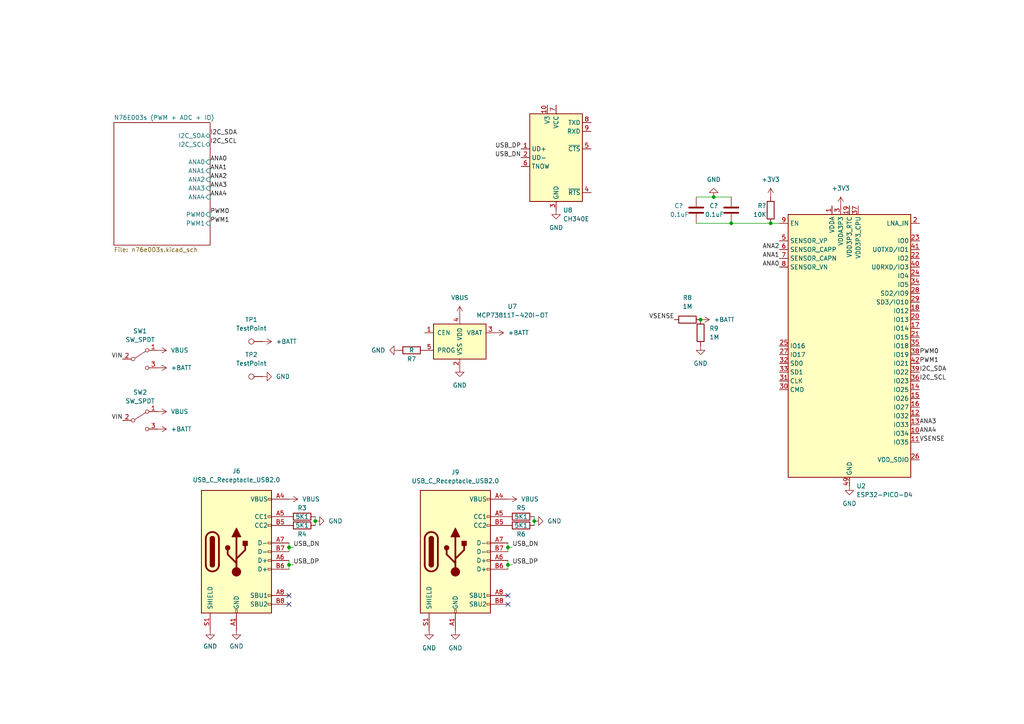
<source format=kicad_sch>
(kicad_sch (version 20211123) (generator eeschema)
  (paper "A4")
  (lib_symbols
    (symbol "Battery_Management:MCP73811T-420I-OT" (pin_names (offset 1.016))
      (property "Reference" "U" (at -6.35 6.35 0))
      (property "Value" "MCP73811T-420I-OT" (at 1.27 6.35 0))
      (symbol "MCP73811T-420I-OT_0_1"
        (rectangle (start -7.62 5.08) (end 7.62 -5.08) (stroke (width 0.254)) (fill (type background)))
      )
      (symbol "MCP73811T-420I-OT_1_1"
        (pin input line (at -10.16 2.54 0) (length 2.54) (name "CEN") (number "1"))
        (pin power_in line (at 0 -7.62 90) (length 2.54) (name "VSS") (number "2"))
        (pin power_out line (at 10.16 2.54 180) (length 2.54) (name "VBAT") (number "3"))
        (pin power_in line (at 0 7.62 270) (length 2.54) (name "VDD") (number "4"))
        (pin input line (at -10.16 -2.54 0) (length 2.54) (name "PROG") (number "5"))
      )
    )
    (symbol "Connector:TestPoint" (pin_numbers hide) (pin_names (offset 0.762) hide)
      (property "Reference" "TP" (at 0 6.858 0))
      (property "Value" "TestPoint" (at 0 5.08 0))
      (symbol "TestPoint_0_1"
        (circle (center 0 3.302) (radius 0.762))
      )
      (symbol "TestPoint_1_1"
        (pin passive line (at 0 0 90) (length 2.54) (name "1") (number "1"))
      )
    )
    (symbol "Connector:USB_C_Receptacle_USB2.0" (pin_names (offset 1.016))
      (property "Reference" "J" (at -10.16 19.05 0))
      (property "Value" "USB_C_Receptacle_USB2.0" (at 19.05 19.05 0))
      (symbol "USB_C_Receptacle_USB2.0_0_0"
        (rectangle (start -0.254 -17.78) (end 0.254 -16.764))
        (rectangle (start 10.16 -14.986) (end 9.144 -15.494))
        (rectangle (start 10.16 -12.446) (end 9.144 -12.954))
        (rectangle (start 10.16 -4.826) (end 9.144 -5.334))
        (rectangle (start 10.16 -2.286) (end 9.144 -2.794))
        (rectangle (start 10.16 0.254) (end 9.144 -0.254))
        (rectangle (start 10.16 2.794) (end 9.144 2.286))
        (rectangle (start 10.16 7.874) (end 9.144 7.366))
        (rectangle (start 10.16 10.414) (end 9.144 9.906))
        (rectangle (start 10.16 15.494) (end 9.144 14.986))
      )
      (symbol "USB_C_Receptacle_USB2.0_0_1"
        (rectangle (start -10.16 17.78) (end 10.16 -17.78) (stroke (width 0.254)) (fill (type background)))
        (arc (start -8.89 -3.81) (mid -6.985 -5.715) (end -5.08 -3.81) (stroke (width 0.508)))
        (arc (start -7.62 -3.81) (mid -6.985 -4.445) (end -6.35 -3.81) (stroke (width 0.254)))
        (arc (start -7.62 -3.81) (mid -6.985 -4.445) (end -6.35 -3.81) (stroke (width 0.254)) (fill (type outline)))
        (rectangle (start -7.62 -3.81) (end -6.35 3.81) (stroke (width 0.254)) (fill (type outline)))
        (arc (start -6.35 3.81) (mid -6.985 4.445) (end -7.62 3.81) (stroke (width 0.254)))
        (arc (start -6.35 3.81) (mid -6.985 4.445) (end -7.62 3.81) (stroke (width 0.254)) (fill (type outline)))
        (arc (start -5.08 3.81) (mid -6.985 5.715) (end -8.89 3.81) (stroke (width 0.508)))
        (circle (center -2.54 1.143) (radius 0.635) (stroke (width 0.254)) (fill (type outline)))
        (circle (center 0 -5.842) (radius 1.27) (fill (type outline)))
        (polyline (pts (xy -8.89 -3.81) (xy -8.89 3.81)) (stroke (width 0.508)))
        (polyline (pts (xy -5.08 3.81) (xy -5.08 -3.81)) (stroke (width 0.508)))
        (polyline (pts (xy 0 -5.842) (xy 0 4.318)) (stroke (width 0.508)))
        (polyline (pts (xy 0 -3.302) (xy -2.54 -0.762) (xy -2.54 0.508)) (stroke (width 0.508)))
        (polyline (pts (xy 0 -2.032) (xy 2.54 0.508) (xy 2.54 1.778)) (stroke (width 0.508)))
        (polyline (pts (xy -1.27 4.318) (xy 0 6.858) (xy 1.27 4.318) (xy -1.27 4.318)) (stroke (width 0.254)) (fill (type outline)))
        (rectangle (start 1.905 1.778) (end 3.175 3.048) (stroke (width 0.254)) (fill (type outline)))
      )
      (symbol "USB_C_Receptacle_USB2.0_1_1"
        (pin passive line (at 0 -22.86 90) (length 5.08) (name "GND") (number "A1"))
        (pin passive line (at 0 -22.86 90) (length 5.08) hide (name "GND") (number "A12"))
        (pin passive line (at 15.24 15.24 180) (length 5.08) (name "VBUS") (number "A4"))
        (pin bidirectional line (at 15.24 10.16 180) (length 5.08) (name "CC1") (number "A5"))
        (pin bidirectional line (at 15.24 -2.54 180) (length 5.08) (name "D+") (number "A6"))
        (pin bidirectional line (at 15.24 2.54 180) (length 5.08) (name "D-") (number "A7"))
        (pin bidirectional line (at 15.24 -12.7 180) (length 5.08) (name "SBU1") (number "A8"))
        (pin passive line (at 15.24 15.24 180) (length 5.08) hide (name "VBUS") (number "A9"))
        (pin passive line (at 0 -22.86 90) (length 5.08) hide (name "GND") (number "B1"))
        (pin passive line (at 0 -22.86 90) (length 5.08) hide (name "GND") (number "B12"))
        (pin passive line (at 15.24 15.24 180) (length 5.08) hide (name "VBUS") (number "B4"))
        (pin bidirectional line (at 15.24 7.62 180) (length 5.08) (name "CC2") (number "B5"))
        (pin bidirectional line (at 15.24 -5.08 180) (length 5.08) (name "D+") (number "B6"))
        (pin bidirectional line (at 15.24 0 180) (length 5.08) (name "D-") (number "B7"))
        (pin bidirectional line (at 15.24 -15.24 180) (length 5.08) (name "SBU2") (number "B8"))
        (pin passive line (at 15.24 15.24 180) (length 5.08) hide (name "VBUS") (number "B9"))
        (pin passive line (at -7.62 -22.86 90) (length 5.08) (name "SHIELD") (number "S1"))
      )
    )
    (symbol "Device:C" (pin_numbers hide) (pin_names (offset 0.254))
      (property "Reference" "C" (at 0.635 2.54 0))
      (property "Value" "C" (at 0.635 -2.54 0))
      (symbol "C_0_1"
        (polyline (pts (xy -2.032 -0.762) (xy 2.032 -0.762)) (stroke (width 0.508)))
        (polyline (pts (xy -2.032 0.762) (xy 2.032 0.762)) (stroke (width 0.508)))
      )
      (symbol "C_1_1"
        (pin passive line (at 0 3.81 270) (length 2.794) (name "~") (number "1"))
        (pin passive line (at 0 -3.81 90) (length 2.794) (name "~") (number "2"))
      )
    )
    (symbol "Device:R" (pin_numbers hide) (pin_names (offset 0))
      (property "Reference" "R" (at 2.032 0 90))
      (property "Value" "R" (at 0 0 90))
      (symbol "R_0_1"
        (rectangle (start -1.016 -2.54) (end 1.016 2.54) (stroke (width 0.254)))
      )
      (symbol "R_1_1"
        (pin passive line (at 0 3.81 270) (length 1.27) (name "~") (number "1"))
        (pin passive line (at 0 -3.81 90) (length 1.27) (name "~") (number "2"))
      )
    )
    (symbol "Interface_USB:CH340E"
      (property "Reference" "U" (at -5.08 13.97 0))
      (property "Value" "CH340E" (at 1.27 13.97 0))
      (symbol "CH340E_0_1"
        (rectangle (start -7.62 12.7) (end 7.62 -12.7) (stroke (width 0.254)) (fill (type background)))
      )
      (symbol "CH340E_1_1"
        (pin bidirectional line (at -10.16 2.54 0) (length 2.54) (name "UD+") (number "1"))
        (pin passive line (at -2.54 15.24 270) (length 2.54) (name "V3") (number "10"))
        (pin bidirectional line (at -10.16 0 0) (length 2.54) (name "UD-") (number "2"))
        (pin power_in line (at 0 -15.24 90) (length 2.54) (name "GND") (number "3"))
        (pin output line (at 10.16 -10.16 180) (length 2.54) (name "~{RTS}") (number "4"))
        (pin input line (at 10.16 2.54 180) (length 2.54) (name "~{CTS}") (number "5"))
        (pin output line (at -10.16 -2.54 0) (length 2.54) (name "TNOW") (number "6"))
        (pin power_in line (at 0 15.24 270) (length 2.54) (name "VCC") (number "7"))
        (pin output line (at 10.16 10.16 180) (length 2.54) (name "TXD") (number "8"))
        (pin input line (at 10.16 7.62 180) (length 2.54) (name "RXD") (number "9"))
      )
    )
    (symbol "RF_Module:ESP32-PICO-D4"
      (property "Reference" "U" (at -17.78 39.37 0))
      (property "Value" "ESP32-PICO-D4" (at 3.81 39.37 0))
      (symbol "ESP32-PICO-D4_0_0"
        (pin power_in line (at -5.08 40.64 270) (length 2.54) (name "VDDA") (number "1"))
        (pin input line (at 20.32 -25.4 180) (length 2.54) (name "IO34") (number "10"))
        (pin input line (at 20.32 -27.94 180) (length 2.54) (name "IO35") (number "11"))
        (pin bidirectional line (at 20.32 -20.32 180) (length 2.54) (name "IO32") (number "12"))
        (pin bidirectional line (at 20.32 -22.86 180) (length 2.54) (name "IO33") (number "13"))
        (pin bidirectional line (at 20.32 -12.7 180) (length 2.54) (name "IO25") (number "14"))
        (pin bidirectional line (at 20.32 -15.24 180) (length 2.54) (name "IO26") (number "15"))
        (pin bidirectional line (at 20.32 -17.78 180) (length 2.54) (name "IO27") (number "16"))
        (pin bidirectional line (at 20.32 5.08 180) (length 2.54) (name "IO14") (number "17"))
        (pin bidirectional line (at 20.32 10.16 180) (length 2.54) (name "IO12") (number "18"))
        (pin power_in line (at 0 40.64 270) (length 2.54) (name "VDD3P3_RTC") (number "19"))
        (pin bidirectional line (at 20.32 35.56 180) (length 2.54) (name "LNA_IN") (number "2"))
        (pin bidirectional line (at 20.32 7.62 180) (length 2.54) (name "IO13") (number "20"))
        (pin bidirectional line (at 20.32 2.54 180) (length 2.54) (name "IO15") (number "21"))
        (pin bidirectional line (at 20.32 25.4 180) (length 2.54) (name "IO2") (number "22"))
        (pin bidirectional line (at 20.32 30.48 180) (length 2.54) (name "IO0") (number "23"))
        (pin bidirectional line (at 20.32 20.32 180) (length 2.54) (name "IO4") (number "24"))
        (pin bidirectional line (at -20.32 0 0) (length 2.54) (name "IO16") (number "25"))
        (pin power_out line (at 20.32 -33.02 180) (length 2.54) (name "VDD_SDIO") (number "26"))
        (pin bidirectional line (at -20.32 -2.54 0) (length 2.54) (name "IO17") (number "27"))
        (pin bidirectional line (at 20.32 15.24 180) (length 2.54) (name "SD2/IO9") (number "28"))
        (pin bidirectional line (at 20.32 12.7 180) (length 2.54) (name "SD3/IO10") (number "29"))
        (pin power_in line (at -2.54 40.64 270) (length 2.54) (name "VDDA3P3") (number "3"))
        (pin bidirectional line (at -20.32 -12.7 0) (length 2.54) (name "CMD") (number "30"))
        (pin bidirectional line (at -20.32 -10.16 0) (length 2.54) (name "CLK") (number "31"))
        (pin bidirectional line (at -20.32 -5.08 0) (length 2.54) (name "SD0") (number "32"))
        (pin bidirectional line (at -20.32 -7.62 0) (length 2.54) (name "SD1") (number "33"))
        (pin bidirectional line (at 20.32 17.78 180) (length 2.54) (name "IO5") (number "34"))
        (pin bidirectional line (at 20.32 0 180) (length 2.54) (name "IO18") (number "35"))
        (pin bidirectional line (at 20.32 -10.16 180) (length 2.54) (name "IO23") (number "36"))
        (pin power_in line (at 2.54 40.64 270) (length 2.54) (name "VDD3P3_CPU") (number "37"))
        (pin bidirectional line (at 20.32 -2.54 180) (length 2.54) (name "IO19") (number "38"))
        (pin bidirectional line (at 20.32 -7.62 180) (length 2.54) (name "IO22") (number "39"))
        (pin passive line (at -2.54 40.64 270) (length 2.54) hide (name "VDDA3P3") (number "4"))
        (pin bidirectional line (at 20.32 22.86 180) (length 2.54) (name "U0RXD/IO3") (number "40"))
        (pin bidirectional line (at 20.32 27.94 180) (length 2.54) (name "U0TXD/IO1") (number "41"))
        (pin bidirectional line (at 20.32 -5.08 180) (length 2.54) (name "IO21") (number "42"))
        (pin passive line (at -5.08 40.64 270) (length 2.54) hide (name "VDDA") (number "43"))
        (pin no_connect line (at -17.78 -25.4 0) (length 2.54) hide (name "XTAL_N_NC") (number "44"))
        (pin no_connect line (at -17.78 -27.94 0) (length 2.54) hide (name "XTAL_P_NC") (number "45"))
        (pin passive line (at -5.08 40.64 270) (length 2.54) hide (name "VDDA") (number "46"))
        (pin no_connect line (at -17.78 -30.48 0) (length 2.54) hide (name "CAP2_NC") (number "47"))
        (pin no_connect line (at -17.78 -33.02 0) (length 2.54) hide (name "CAP1_NC") (number "48"))
        (pin power_in line (at 0 -40.64 90) (length 2.54) (name "GND") (number "49"))
        (pin input line (at -20.32 30.48 0) (length 2.54) (name "SENSOR_VP") (number "5"))
        (pin input line (at -20.32 27.94 0) (length 2.54) (name "SENSOR_CAPP") (number "6"))
        (pin input line (at -20.32 25.4 0) (length 2.54) (name "SENSOR_CAPN") (number "7"))
        (pin input line (at -20.32 22.86 0) (length 2.54) (name "SENSOR_VN") (number "8"))
        (pin input line (at -20.32 35.56 0) (length 2.54) (name "EN") (number "9"))
      )
      (symbol "ESP32-PICO-D4_0_1"
        (rectangle (start -17.78 38.1) (end 17.78 -38.1) (stroke (width 0.254)) (fill (type background)))
      )
    )
    (symbol "Switch:SW_SPDT" (pin_names (offset 0) hide)
      (property "Reference" "SW" (at 0 4.318 0))
      (property "Value" "SW_SPDT" (at 0 -5.08 0))
      (symbol "SW_SPDT_0_0"
        (circle (center -2.032 0) (radius 0.508))
        (circle (center 2.032 -2.54) (radius 0.508))
      )
      (symbol "SW_SPDT_0_1"
        (polyline (pts (xy -1.524 0.254) (xy 1.651 2.286)))
        (circle (center 2.032 2.54) (radius 0.508))
      )
      (symbol "SW_SPDT_1_1"
        (pin passive line (at 5.08 2.54 180) (length 2.54) (name "A") (number "1"))
        (pin passive line (at -5.08 0 0) (length 2.54) (name "B") (number "2"))
        (pin passive line (at 5.08 -2.54 180) (length 2.54) (name "C") (number "3"))
      )
    )
    (symbol "power:+3.3V" (power) (pin_names (offset 0))
      (property "Value" "+3.3V" (at 0 3.556 0))
      (symbol "+3.3V_0_1"
        (polyline (pts (xy -0.762 1.27) (xy 0 2.54)))
        (polyline (pts (xy 0 0) (xy 0 2.54)))
        (polyline (pts (xy 0 2.54) (xy 0.762 1.27)))
      )
      (symbol "+3.3V_1_1"
        (pin power_in line (at 0 0 90) (length 0) hide (name "+3V3") (number "1"))
      )
    )
    (symbol "power:+3V3" (power) (pin_names (offset 0))
      (property "Value" "+3V3" (at 0 3.556 0))
      (symbol "+3V3_0_1"
        (polyline (pts (xy -0.762 1.27) (xy 0 2.54)))
        (polyline (pts (xy 0 0) (xy 0 2.54)))
        (polyline (pts (xy 0 2.54) (xy 0.762 1.27)))
      )
      (symbol "+3V3_1_1"
        (pin power_in line (at 0 0 90) (length 0) hide (name "+3V3") (number "1"))
      )
    )
    (symbol "power:+BATT" (power) (pin_names (offset 0))
      (property "Value" "+BATT" (at 0 3.556 0))
      (symbol "+BATT_0_1"
        (polyline (pts (xy -0.762 1.27) (xy 0 2.54)))
        (polyline (pts (xy 0 0) (xy 0 2.54)))
        (polyline (pts (xy 0 2.54) (xy 0.762 1.27)))
      )
      (symbol "+BATT_1_1"
        (pin power_in line (at 0 0 90) (length 0) hide (name "+BATT") (number "1"))
      )
    )
    (symbol "power:GND" (power) (pin_names (offset 0))
      (property "Value" "GND" (at 0 -3.81 0))
      (symbol "GND_0_1"
        (polyline (pts (xy 0 0) (xy 0 -1.27) (xy 1.27 -1.27) (xy 0 -2.54) (xy -1.27 -1.27) (xy 0 -1.27)))
      )
      (symbol "GND_1_1"
        (pin power_in line (at 0 0 270) (length 0) hide (name "GND") (number "1"))
      )
    )
    (symbol "power:VBUS" (power) (pin_names (offset 0))
      (property "Value" "VBUS" (at 0 3.81 0))
      (symbol "VBUS_0_1"
        (polyline (pts (xy -0.762 1.27) (xy 0 2.54)))
        (polyline (pts (xy 0 0) (xy 0 2.54)))
        (polyline (pts (xy 0 2.54) (xy 0.762 1.27)))
      )
      (symbol "VBUS_1_1"
        (pin power_in line (at 0 0 90) (length 0) hide (name "VBUS") (number "1"))
      )
    )
  )
  (junction (at 83.82 158.75))
  (junction (at 223.52 64.77))
  (junction (at 154.94 151.13))
  (junction (at 212.09 64.77))
  (junction (at 83.82 163.83))
  (junction (at 207.01 57.15))
  (junction (at 147.32 158.75))
  (junction (at 203.2 92.71))
  (junction (at 147.32 163.83))
  (junction (at 91.44 151.13))
  (no_connect (at 83.82 172.72))
  (no_connect (at 83.82 175.26))
  (no_connect (at 147.32 172.72))
  (no_connect (at 147.32 175.26))
  (wire (pts (xy 147.32 157.48) (xy 147.32 158.75)))
  (wire (pts (xy 83.82 158.75) (xy 83.82 160.02)))
  (wire (pts (xy 147.32 158.75) (xy 148.59 158.75)))
  (wire (pts (xy 223.52 64.77) (xy 226.06 64.77)))
  (wire (pts (xy 83.82 163.83) (xy 83.82 165.1)))
  (wire (pts (xy 147.32 163.83) (xy 147.32 165.1)))
  (wire (pts (xy 147.32 162.56) (xy 147.32 163.83)))
  (wire (pts (xy 147.32 158.75) (xy 147.32 160.02)))
  (wire (pts (xy 201.93 57.15) (xy 207.01 57.15)))
  (wire (pts (xy 147.32 163.83) (xy 148.59 163.83)))
  (wire (pts (xy 154.94 149.86) (xy 154.94 151.13)))
  (wire (pts (xy 83.82 163.83) (xy 85.09 163.83)))
  (wire (pts (xy 207.01 57.15) (xy 212.09 57.15)))
  (wire (pts (xy 83.82 157.48) (xy 83.82 158.75)))
  (wire (pts (xy 212.09 64.77) (xy 223.52 64.77)))
  (wire (pts (xy 154.94 151.13) (xy 154.94 152.4)))
  (wire (pts (xy 91.44 151.13) (xy 91.44 152.4)))
  (wire (pts (xy 201.93 64.77) (xy 212.09 64.77)))
  (wire (pts (xy 83.82 158.75) (xy 85.09 158.75)))
  (wire (pts (xy 91.44 149.86) (xy 91.44 151.13)))
  (wire (pts (xy 83.82 162.56) (xy 83.82 163.83)))
  (label "USB_DP" (at 151.13 43.18 180))
  (label "ANA4" (at 60.96 57.15 0))
  (label "USB_DN" (at 151.13 45.72 180))
  (label "VIN" (at 35.56 121.92 180))
  (label "PWM1" (at 60.96 64.77 0))
  (label "ANA2" (at 60.96 52.07 0))
  (label "ANA0" (at 226.06 77.47 180))
  (label "VIN" (at 35.56 104.14 180))
  (label "I2C_SDA" (at 266.7 107.95 0))
  (label "I2C_SCL" (at 266.7 110.49 0))
  (label "ANA3" (at 266.7 123.19 0))
  (label "VSENSE" (at 266.7 128.27 0))
  (label "ANA0" (at 60.96 46.99 0))
  (label "I2C_SCL" (at 60.96 41.91 0))
  (label "USB_DP" (at 85.09 163.83 0))
  (label "USB_DN" (at 85.09 158.75 0))
  (label "PWM1" (at 266.7 105.41 0))
  (label "ANA3" (at 60.96 54.61 0))
  (label "ANA1" (at 60.96 49.53 0))
  (label "VSENSE" (at 195.58 92.71 180))
  (label "USB_DP" (at 148.59 163.83 0))
  (label "ANA1" (at 226.06 74.93 180))
  (label "I2C_SDA" (at 60.96 39.37 0))
  (label "PWM0" (at 60.96 62.23 0))
  (label "PWM0" (at 266.7 102.87 0))
  (label "ANA4" (at 266.7 125.73 0))
  (label "ANA2" (at 226.06 72.39 180))
  (label "USB_DN" (at 148.59 158.75 0))
  (symbol (lib_id "power:+BATT") (at 45.72 106.68 270) (unit 1)
    (property "Reference" "#PWR0133" (effects hide))
    (property "Value" "+BATT" (at 49.53 106.6799 90) (effects (justify left)))
  )
  (symbol (lib_id "Device:R") (at 119.38 101.6 90) (unit 1)
    (property "Reference" "R7" (at 119.38 104.14 90))
    (property "Value" "R" (at 119.38 101.6 90))
    (property "Footprint" "Resistor_SMD:R_0201_0603Metric" (effects hide))
  )
  (symbol (lib_id "power:GND") (at 133.35 106.68 0) (unit 1)
    (property "Reference" "#PWR0151" (effects hide))
    (property "Value" "GND" (at 133.35 111.76 0))
  )
  (symbol (lib_id "power:GND") (at 207.01 57.15 180) (unit 1)
    (property "Reference" "#PWR?" (effects hide))
    (property "Value" "GND" (at 207.01 52.07 0))
  )
  (symbol (lib_id "power:VBUS") (at 45.72 101.6 270) (unit 1)
    (property "Reference" "#PWR0148" (effects hide))
    (property "Value" "VBUS" (at 49.53 101.5999 90) (effects (justify left)))
  )
  (symbol (lib_id "power:GND") (at 203.2 100.33 0) (unit 1)
    (property "Reference" "#PWR0154" (effects hide))
    (property "Value" "GND" (at 203.2 105.41 0))
  )
  (symbol (lib_id "power:GND") (at 132.08 182.88 0) (unit 1)
    (property "Reference" "#PWR0139" (effects hide))
    (property "Value" "GND" (at 132.08 187.96 0))
  )
  (symbol (lib_id "power:VBUS") (at 147.32 144.78 270) (unit 1)
    (property "Reference" "#PWR0141" (effects hide))
    (property "Value" "VBUS" (at 151.13 144.7799 90) (effects (justify left)))
  )
  (symbol (lib_id "power:VBUS") (at 45.72 119.38 270) (unit 1)
    (property "Reference" "#PWR0149" (effects hide))
    (property "Value" "VBUS" (at 49.53 119.3799 90) (effects (justify left)))
  )
  (symbol (lib_id "power:+BATT") (at 76.2 99.06 270) (unit 1)
    (property "Reference" "#PWR0102" (effects hide))
    (property "Value" "+BATT" (at 80.01 99.0599 90) (effects (justify left)))
  )
  (symbol (lib_id "power:GND") (at 91.44 151.13 90) (unit 1)
    (property "Reference" "#PWR0136" (effects hide))
    (property "Value" "GND" (at 95.25 151.1299 90) (effects (justify right)))
  )
  (symbol (lib_id "Switch:SW_SPDT") (at 40.64 121.92 0) (unit 1)
    (property "Reference" "SW2" (at 40.64 113.792 0))
    (property "Value" "SW_SPDT" (at 40.64 116.332 0))
    (property "Footprint" "Button_Switch_THT:SW_CuK_OS102011MA1QN1_SPDT_Angled" (effects hide))
  )
  (symbol (lib_id "power:GND") (at 154.94 151.13 90) (unit 1)
    (property "Reference" "#PWR0142" (effects hide))
    (property "Value" "GND" (at 158.75 151.1299 90) (effects (justify right)))
  )
  (symbol (lib_id "power:GND") (at 115.57 101.6 270) (unit 1)
    (property "Reference" "#PWR0150" (effects hide))
    (property "Value" "GND" (at 111.76 101.5999 90) (effects (justify right)))
  )
  (symbol (lib_id "power:GND") (at 161.29 60.96 0) (unit 1)
    (property "Reference" "#PWR0140" (effects hide))
    (property "Value" "GND" (at 161.29 66.04 0))
  )
  (symbol (lib_id "Connector:USB_C_Receptacle_USB2.0") (at 132.08 160.02 0) (unit 1)
    (property "Reference" "J9" (at 132.08 136.9568 0))
    (property "Value" "USB_C_Receptacle_USB2.0" (at 132.08 139.4968 0))
    (property "Footprint" "Connector_USB:USB_C_Receptacle_GCT_USB4085" (effects hide))
    (property "Datasheet" "https://www.usb.org/sites/default/files/documents/usb_type-c.zip" (effects hide))
  )
  (symbol (lib_id "power:+BATT") (at 143.51 96.52 270) (unit 1)
    (property "Reference" "#PWR0153" (effects hide))
    (property "Value" "+BATT" (at 147.32 96.5199 90) (effects (justify left)))
  )
  (symbol (lib_id "Interface_USB:CH340E") (at 161.29 45.72 0) (unit 1)
    (property "Reference" "U8" (at 163.3094 60.96 0) (effects (justify left)))
    (property "Value" "CH340E" (at 163.3094 63.5 0) (effects (justify left)))
    (property "Footprint" "Package_SO:MSOP-10_3x3mm_P0.5mm" (effects hide))
    (property "Datasheet" "https://www.mpja.com/download/35227cpdata.pdf" (effects hide))
  )
  (symbol (lib_id "power:+3.3V") (at 223.52 57.15 0) (unit 1)
    (property "Reference" "#PWR?" (effects hide))
    (property "Value" "+3.3V" (at 223.52 52.07 0))
  )
  (symbol (lib_id "Device:R") (at 151.13 152.4 90) (unit 1)
    (property "Reference" "R6" (at 151.13 154.94 90))
    (property "Value" "5K1" (at 151.13 152.4 90))
    (property "Footprint" "Resistor_SMD:R_0201_0603Metric" (effects hide))
  )
  (symbol (lib_id "Connector:USB_C_Receptacle_USB2.0") (at 68.58 160.02 0) (unit 1)
    (property "Reference" "J6" (at 68.58 136.652 0))
    (property "Value" "USB_C_Receptacle_USB2.0" (at 68.58 139.192 0))
    (property "Footprint" "Connector_USB:USB_C_Receptacle_GCT_USB4085" (effects hide))
    (property "Datasheet" "https://www.usb.org/sites/default/files/documents/usb_type-c.zip" (effects hide))
  )
  (symbol (lib_id "power:GND") (at 76.2 109.22 90) (unit 1)
    (property "Reference" "#PWR0103" (effects hide))
    (property "Value" "GND" (at 80.01 109.2199 90) (effects (justify right)))
  )
  (symbol (lib_id "Device:R") (at 203.2 96.52 180) (unit 1)
    (property "Reference" "R9" (at 205.74 95.2499 0) (effects (justify right)))
    (property "Value" "1M" (at 205.74 97.7899 0) (effects (justify right)))
    (property "Footprint" "Resistor_SMD:R_0201_0603Metric" (effects hide))
  )
  (symbol (lib_id "power:GND") (at 60.96 182.88 0) (unit 1)
    (property "Reference" "#PWR0138" (effects hide))
    (property "Value" "GND" (at 60.96 187.452 0))
  )
  (symbol (lib_id "Device:R") (at 151.13 149.86 90) (unit 1)
    (property "Reference" "R5" (at 151.13 147.32 90))
    (property "Value" "5K1" (at 151.13 149.86 90))
    (property "Footprint" "Resistor_SMD:R_0201_0603Metric" (effects hide))
  )
  (symbol (lib_id "power:+BATT") (at 203.2 92.71 270) (unit 1)
    (property "Reference" "#PWR0155" (effects hide))
    (property "Value" "+BATT" (at 207.01 92.7099 90) (effects (justify left)))
  )
  (symbol (lib_id "Connector:TestPoint") (at 76.2 99.06 90) (unit 1)
    (property "Reference" "TP1" (at 72.898 92.71 90))
    (property "Value" "TestPoint" (at 72.898 95.25 90))
    (property "Footprint" "TestPoint:TestPoint_Pad_D1.5mm" (effects hide))
  )
  (symbol (lib_id "Device:C") (at 201.93 60.96 0) (unit 1)
    (property "Reference" "C?" (at 195.58 59.69 0) (effects (justify left)))
    (property "Value" "0.1uF" (at 194.31 62.23 0) (effects (justify left)))
  )
  (symbol (lib_id "Device:R") (at 87.63 149.86 90) (unit 1)
    (property "Reference" "R3" (at 87.63 147.32 90))
    (property "Value" "5K1" (at 87.63 149.86 90))
    (property "Footprint" "Resistor_SMD:R_0201_0603Metric" (effects hide))
  )
  (symbol (lib_id "Device:R") (at 199.39 92.71 90) (unit 1)
    (property "Reference" "R8" (at 199.39 86.36 90))
    (property "Value" "1M" (at 199.39 88.9 90))
    (property "Footprint" "Resistor_SMD:R_0201_0603Metric" (effects hide))
  )
  (symbol (lib_id "power:+BATT") (at 45.72 124.46 270) (unit 1)
    (property "Reference" "#PWR0134" (effects hide))
    (property "Value" "+BATT" (at 49.53 124.4599 90) (effects (justify left)))
  )
  (symbol (lib_id "power:GND") (at 68.58 182.88 0) (unit 1)
    (property "Reference" "#PWR0101" (effects hide))
    (property "Value" "GND" (at 68.58 187.452 0))
  )
  (symbol (lib_id "Connector:TestPoint") (at 76.2 109.22 90) (unit 1)
    (property "Reference" "TP2" (at 72.898 102.87 90))
    (property "Value" "TestPoint" (at 72.898 105.41 90))
    (property "Footprint" "TestPoint:TestPoint_Pad_D1.5mm" (effects hide))
  )
  (symbol (lib_id "Device:C") (at 212.09 60.96 0) (unit 1)
    (property "Reference" "C?" (at 205.74 59.69 0) (effects (justify left)))
    (property "Value" "0.1uF" (at 204.47 62.23 0) (effects (justify left)))
  )
  (symbol (lib_id "power:VBUS") (at 83.82 144.78 270) (unit 1)
    (property "Reference" "#PWR0135" (effects hide))
    (property "Value" "VBUS" (at 87.63 144.7799 90) (effects (justify left)))
  )
  (symbol (lib_id "power:VBUS") (at 133.35 91.44 0) (unit 1)
    (property "Reference" "#PWR0152" (effects hide))
    (property "Value" "VBUS" (at 133.35 86.36 0))
  )
  (symbol (lib_id "Device:R") (at 223.52 60.96 0) (unit 1)
    (property "Reference" "R?" (at 219.71 59.69 0) (effects (justify left)))
    (property "Value" "10K" (at 218.44 62.23 0) (effects (justify left)))
  )
  (symbol (lib_id "power:+3V3") (at 243.84 59.69 0) (unit 1)
    (property "Reference" "#PWR0144" (effects hide))
    (property "Value" "+3V3" (at 243.84 54.61 0))
  )
  (symbol (lib_id "power:GND") (at 124.46 182.88 0) (unit 1)
    (property "Reference" "#PWR0137" (effects hide))
    (property "Value" "GND" (at 124.46 187.96 0))
  )
  (symbol (lib_id "RF_Module:ESP32-PICO-D4") (at 246.38 100.33 0) (unit 1)
    (property "Reference" "U2" (at 248.3994 140.97 0) (effects (justify left)))
    (property "Value" "ESP32-PICO-D4" (at 248.3994 143.51 0) (effects (justify left)))
    (property "Footprint" "Package_DFN_QFN:QFN-48-1EP_7x7mm_P0.5mm_EP5.3x5.3mm" (effects hide))
    (property "Datasheet" "https://www.espressif.com/sites/default/files/documentation/esp32-pico-d4_datasheet_en.pdf" (effects hide))
  )
  (symbol (lib_id "Switch:SW_SPDT") (at 40.64 104.14 0) (unit 1)
    (property "Reference" "SW1" (at 40.64 96.012 0))
    (property "Value" "SW_SPDT" (at 40.64 98.552 0))
    (property "Footprint" "Button_Switch_THT:SW_CuK_OS102011MA1QN1_SPDT_Angled" (effects hide))
  )
  (symbol (lib_id "power:GND") (at 246.38 140.97 0) (unit 1)
    (property "Reference" "#PWR0143" (effects hide))
    (property "Value" "GND" (at 246.38 146.05 0))
  )
  (symbol (lib_id "Battery_Management:MCP73811T-420I-OT") (at 133.35 99.06 0) (unit 1)
    (property "Reference" "U7" (at 148.59 88.9 0))
    (property "Value" "MCP73811T-420I-OT" (at 148.59 91.44 0))
    (property "Footprint" "Package_TO_SOT_SMD:SOT-23-5" (effects hide))
    (property "Datasheet" "http://ww1.microchip.com/downloads/en/DeviceDoc/22036b.pdf" (effects hide))
  )
  (symbol (lib_id "Device:R") (at 87.63 152.4 90) (unit 1)
    (property "Reference" "R4" (at 87.63 154.94 90))
    (property "Value" "5K1" (at 87.63 152.4 90))
    (property "Footprint" "Resistor_SMD:R_0201_0603Metric" (effects hide))
  )
  (sheet (at 33.02 35.56) (size 27.94 35.56) (stroke (width 0.1524))
    (property "Sheet name" "N76E003s (PWM + ADC + IO)" (at 33.02 34.8484 0) (effects (justify left bottom)))
    (property "Sheet file" "n76e003s.kicad_sch" (at 33.02 71.7046 0) (effects (justify left top)))
    (pin "I2C_SDA" bidirectional (at 60.96 39.37 0))
    (pin "I2C_SCL" bidirectional (at 60.96 41.91 0))
    (pin "ANA0" input (at 60.96 46.99 0))
    (pin "ANA1" input (at 60.96 49.53 0))
    (pin "PWM0" input (at 60.96 62.23 0))
    (pin "PWM1" input (at 60.96 64.77 0))
    (pin "ANA2" input (at 60.96 52.07 0))
    (pin "ANA3" input (at 60.96 54.61 0))
    (pin "ANA4" input (at 60.96 57.15 0))
  )
)
</source>
